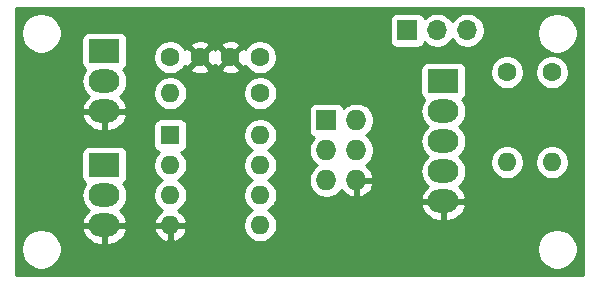
<source format=gbr>
G04 #@! TF.GenerationSoftware,KiCad,Pcbnew,5.1.5*
G04 #@! TF.CreationDate,2020-01-29T11:09:02+01:00*
G04 #@! TF.ProjectId,TinyADC,54696e79-4144-4432-9e6b-696361645f70,rev?*
G04 #@! TF.SameCoordinates,Original*
G04 #@! TF.FileFunction,Copper,L2,Bot*
G04 #@! TF.FilePolarity,Positive*
%FSLAX46Y46*%
G04 Gerber Fmt 4.6, Leading zero omitted, Abs format (unit mm)*
G04 Created by KiCad (PCBNEW 5.1.5) date 2020-01-29 11:09:02*
%MOMM*%
%LPD*%
G04 APERTURE LIST*
%ADD10O,2.600000X2.000000*%
%ADD11R,2.600000X2.000000*%
%ADD12R,1.727200X1.727200*%
%ADD13O,1.727200X1.727200*%
%ADD14C,1.600000*%
%ADD15O,1.600000X1.600000*%
%ADD16R,1.600000X1.600000*%
%ADD17R,1.700000X1.700000*%
%ADD18O,1.700000X1.700000*%
%ADD19C,0.254000*%
G04 APERTURE END LIST*
D10*
X124460000Y-107950000D03*
X124460000Y-105410000D03*
D11*
X124460000Y-102870000D03*
D12*
X143256000Y-108712000D03*
D13*
X145796000Y-108712000D03*
X143256000Y-111252000D03*
X145796000Y-111252000D03*
X143256000Y-113792000D03*
X145796000Y-113792000D03*
D14*
X137628000Y-103378000D03*
X135128000Y-103378000D03*
X132548000Y-103378000D03*
X130048000Y-103378000D03*
D11*
X153162000Y-105410000D03*
D10*
X153162000Y-107950000D03*
X153162000Y-110490000D03*
X153162000Y-113030000D03*
X153162000Y-115570000D03*
D11*
X124460000Y-112522000D03*
D10*
X124460000Y-115062000D03*
X124460000Y-117602000D03*
D15*
X162366672Y-112268000D03*
D14*
X162366672Y-104648000D03*
X158556672Y-104648000D03*
D15*
X158556672Y-112268000D03*
D14*
X137668000Y-106426000D03*
D15*
X130048000Y-106426000D03*
D16*
X130048000Y-109982000D03*
D15*
X137668000Y-117602000D03*
X130048000Y-112522000D03*
X137668000Y-115062000D03*
X130048000Y-115062000D03*
X137668000Y-112522000D03*
X130048000Y-117602000D03*
X137668000Y-109982000D03*
D17*
X150114000Y-101092000D03*
D18*
X152654000Y-101092000D03*
X155194000Y-101092000D03*
D19*
G36*
X164973000Y-121793000D02*
G01*
X116967000Y-121793000D01*
X116967000Y-119463117D01*
X117391000Y-119463117D01*
X117391000Y-119804883D01*
X117457675Y-120140081D01*
X117588463Y-120455831D01*
X117778337Y-120739998D01*
X118020002Y-120981663D01*
X118304169Y-121171537D01*
X118619919Y-121302325D01*
X118955117Y-121369000D01*
X119296883Y-121369000D01*
X119632081Y-121302325D01*
X119947831Y-121171537D01*
X120231998Y-120981663D01*
X120473663Y-120739998D01*
X120663537Y-120455831D01*
X120794325Y-120140081D01*
X120861000Y-119804883D01*
X120861000Y-119463117D01*
X161079000Y-119463117D01*
X161079000Y-119804883D01*
X161145675Y-120140081D01*
X161276463Y-120455831D01*
X161466337Y-120739998D01*
X161708002Y-120981663D01*
X161992169Y-121171537D01*
X162307919Y-121302325D01*
X162643117Y-121369000D01*
X162984883Y-121369000D01*
X163320081Y-121302325D01*
X163635831Y-121171537D01*
X163919998Y-120981663D01*
X164161663Y-120739998D01*
X164351537Y-120455831D01*
X164482325Y-120140081D01*
X164549000Y-119804883D01*
X164549000Y-119463117D01*
X164482325Y-119127919D01*
X164351537Y-118812169D01*
X164161663Y-118528002D01*
X163919998Y-118286337D01*
X163635831Y-118096463D01*
X163320081Y-117965675D01*
X162984883Y-117899000D01*
X162643117Y-117899000D01*
X162307919Y-117965675D01*
X161992169Y-118096463D01*
X161708002Y-118286337D01*
X161466337Y-118528002D01*
X161276463Y-118812169D01*
X161145675Y-119127919D01*
X161079000Y-119463117D01*
X120861000Y-119463117D01*
X120794325Y-119127919D01*
X120663537Y-118812169D01*
X120473663Y-118528002D01*
X120231998Y-118286337D01*
X119947831Y-118096463D01*
X119672541Y-117982434D01*
X122569876Y-117982434D01*
X122600856Y-118110355D01*
X122729990Y-118404761D01*
X122914078Y-118668317D01*
X123146046Y-118890895D01*
X123416980Y-119063942D01*
X123716468Y-119180807D01*
X124033000Y-119237000D01*
X124333000Y-119237000D01*
X124333000Y-117729000D01*
X124587000Y-117729000D01*
X124587000Y-119237000D01*
X124887000Y-119237000D01*
X125203532Y-119180807D01*
X125503020Y-119063942D01*
X125773954Y-118890895D01*
X126005922Y-118668317D01*
X126190010Y-118404761D01*
X126319144Y-118110355D01*
X126350124Y-117982434D01*
X126335340Y-117951039D01*
X128656096Y-117951039D01*
X128696754Y-118085087D01*
X128816963Y-118339420D01*
X128984481Y-118565414D01*
X129192869Y-118754385D01*
X129434119Y-118899070D01*
X129698960Y-118993909D01*
X129921000Y-118872624D01*
X129921000Y-117729000D01*
X130175000Y-117729000D01*
X130175000Y-118872624D01*
X130397040Y-118993909D01*
X130661881Y-118899070D01*
X130903131Y-118754385D01*
X131111519Y-118565414D01*
X131279037Y-118339420D01*
X131399246Y-118085087D01*
X131439904Y-117951039D01*
X131317915Y-117729000D01*
X130175000Y-117729000D01*
X129921000Y-117729000D01*
X128778085Y-117729000D01*
X128656096Y-117951039D01*
X126335340Y-117951039D01*
X126230777Y-117729000D01*
X124587000Y-117729000D01*
X124333000Y-117729000D01*
X122689223Y-117729000D01*
X122569876Y-117982434D01*
X119672541Y-117982434D01*
X119632081Y-117965675D01*
X119296883Y-117899000D01*
X118955117Y-117899000D01*
X118619919Y-117965675D01*
X118304169Y-118096463D01*
X118020002Y-118286337D01*
X117778337Y-118528002D01*
X117588463Y-118812169D01*
X117457675Y-119127919D01*
X117391000Y-119463117D01*
X116967000Y-119463117D01*
X116967000Y-115062000D01*
X122517089Y-115062000D01*
X122548657Y-115382516D01*
X122642148Y-115690715D01*
X122793969Y-115974752D01*
X122998286Y-116223714D01*
X123128142Y-116330284D01*
X122914078Y-116535683D01*
X122729990Y-116799239D01*
X122600856Y-117093645D01*
X122569876Y-117221566D01*
X122689223Y-117475000D01*
X124333000Y-117475000D01*
X124333000Y-117455000D01*
X124587000Y-117455000D01*
X124587000Y-117475000D01*
X126230777Y-117475000D01*
X126350124Y-117221566D01*
X126319144Y-117093645D01*
X126190010Y-116799239D01*
X126005922Y-116535683D01*
X125791858Y-116330284D01*
X125921714Y-116223714D01*
X126126031Y-115974752D01*
X126277852Y-115690715D01*
X126371343Y-115382516D01*
X126402911Y-115062000D01*
X126371343Y-114741484D01*
X126277852Y-114433285D01*
X126126031Y-114149248D01*
X126067345Y-114077739D01*
X126114494Y-114052537D01*
X126211185Y-113973185D01*
X126290537Y-113876494D01*
X126349502Y-113766180D01*
X126385812Y-113646482D01*
X126398072Y-113522000D01*
X126398072Y-111522000D01*
X126385812Y-111397518D01*
X126349502Y-111277820D01*
X126290537Y-111167506D01*
X126211185Y-111070815D01*
X126114494Y-110991463D01*
X126004180Y-110932498D01*
X125884482Y-110896188D01*
X125760000Y-110883928D01*
X123160000Y-110883928D01*
X123035518Y-110896188D01*
X122915820Y-110932498D01*
X122805506Y-110991463D01*
X122708815Y-111070815D01*
X122629463Y-111167506D01*
X122570498Y-111277820D01*
X122534188Y-111397518D01*
X122521928Y-111522000D01*
X122521928Y-113522000D01*
X122534188Y-113646482D01*
X122570498Y-113766180D01*
X122629463Y-113876494D01*
X122708815Y-113973185D01*
X122805506Y-114052537D01*
X122852655Y-114077739D01*
X122793969Y-114149248D01*
X122642148Y-114433285D01*
X122548657Y-114741484D01*
X122517089Y-115062000D01*
X116967000Y-115062000D01*
X116967000Y-108330434D01*
X122569876Y-108330434D01*
X122600856Y-108458355D01*
X122729990Y-108752761D01*
X122914078Y-109016317D01*
X123146046Y-109238895D01*
X123416980Y-109411942D01*
X123716468Y-109528807D01*
X124033000Y-109585000D01*
X124333000Y-109585000D01*
X124333000Y-108077000D01*
X124587000Y-108077000D01*
X124587000Y-109585000D01*
X124887000Y-109585000D01*
X125203532Y-109528807D01*
X125503020Y-109411942D01*
X125773954Y-109238895D01*
X125833249Y-109182000D01*
X128609928Y-109182000D01*
X128609928Y-110782000D01*
X128622188Y-110906482D01*
X128658498Y-111026180D01*
X128717463Y-111136494D01*
X128796815Y-111233185D01*
X128893506Y-111312537D01*
X129003820Y-111371502D01*
X129123518Y-111407812D01*
X129131961Y-111408643D01*
X128933363Y-111607241D01*
X128776320Y-111842273D01*
X128668147Y-112103426D01*
X128613000Y-112380665D01*
X128613000Y-112663335D01*
X128668147Y-112940574D01*
X128776320Y-113201727D01*
X128933363Y-113436759D01*
X129133241Y-113636637D01*
X129365759Y-113792000D01*
X129133241Y-113947363D01*
X128933363Y-114147241D01*
X128776320Y-114382273D01*
X128668147Y-114643426D01*
X128613000Y-114920665D01*
X128613000Y-115203335D01*
X128668147Y-115480574D01*
X128776320Y-115741727D01*
X128933363Y-115976759D01*
X129133241Y-116176637D01*
X129368273Y-116333680D01*
X129378865Y-116338067D01*
X129192869Y-116449615D01*
X128984481Y-116638586D01*
X128816963Y-116864580D01*
X128696754Y-117118913D01*
X128656096Y-117252961D01*
X128778085Y-117475000D01*
X129921000Y-117475000D01*
X129921000Y-117455000D01*
X130175000Y-117455000D01*
X130175000Y-117475000D01*
X131317915Y-117475000D01*
X131439904Y-117252961D01*
X131399246Y-117118913D01*
X131279037Y-116864580D01*
X131111519Y-116638586D01*
X130903131Y-116449615D01*
X130717135Y-116338067D01*
X130727727Y-116333680D01*
X130962759Y-116176637D01*
X131162637Y-115976759D01*
X131319680Y-115741727D01*
X131427853Y-115480574D01*
X131483000Y-115203335D01*
X131483000Y-114920665D01*
X131427853Y-114643426D01*
X131319680Y-114382273D01*
X131162637Y-114147241D01*
X130962759Y-113947363D01*
X130730241Y-113792000D01*
X130962759Y-113636637D01*
X131162637Y-113436759D01*
X131319680Y-113201727D01*
X131427853Y-112940574D01*
X131483000Y-112663335D01*
X131483000Y-112380665D01*
X131427853Y-112103426D01*
X131319680Y-111842273D01*
X131162637Y-111607241D01*
X130964039Y-111408643D01*
X130972482Y-111407812D01*
X131092180Y-111371502D01*
X131202494Y-111312537D01*
X131299185Y-111233185D01*
X131378537Y-111136494D01*
X131437502Y-111026180D01*
X131473812Y-110906482D01*
X131486072Y-110782000D01*
X131486072Y-109840665D01*
X136233000Y-109840665D01*
X136233000Y-110123335D01*
X136288147Y-110400574D01*
X136396320Y-110661727D01*
X136553363Y-110896759D01*
X136753241Y-111096637D01*
X136985759Y-111252000D01*
X136753241Y-111407363D01*
X136553363Y-111607241D01*
X136396320Y-111842273D01*
X136288147Y-112103426D01*
X136233000Y-112380665D01*
X136233000Y-112663335D01*
X136288147Y-112940574D01*
X136396320Y-113201727D01*
X136553363Y-113436759D01*
X136753241Y-113636637D01*
X136985759Y-113792000D01*
X136753241Y-113947363D01*
X136553363Y-114147241D01*
X136396320Y-114382273D01*
X136288147Y-114643426D01*
X136233000Y-114920665D01*
X136233000Y-115203335D01*
X136288147Y-115480574D01*
X136396320Y-115741727D01*
X136553363Y-115976759D01*
X136753241Y-116176637D01*
X136985759Y-116332000D01*
X136753241Y-116487363D01*
X136553363Y-116687241D01*
X136396320Y-116922273D01*
X136288147Y-117183426D01*
X136233000Y-117460665D01*
X136233000Y-117743335D01*
X136288147Y-118020574D01*
X136396320Y-118281727D01*
X136553363Y-118516759D01*
X136753241Y-118716637D01*
X136988273Y-118873680D01*
X137249426Y-118981853D01*
X137526665Y-119037000D01*
X137809335Y-119037000D01*
X138086574Y-118981853D01*
X138347727Y-118873680D01*
X138582759Y-118716637D01*
X138782637Y-118516759D01*
X138939680Y-118281727D01*
X139047853Y-118020574D01*
X139103000Y-117743335D01*
X139103000Y-117460665D01*
X139047853Y-117183426D01*
X138939680Y-116922273D01*
X138782637Y-116687241D01*
X138582759Y-116487363D01*
X138350241Y-116332000D01*
X138582759Y-116176637D01*
X138782637Y-115976759D01*
X138800226Y-115950434D01*
X151271876Y-115950434D01*
X151302856Y-116078355D01*
X151431990Y-116372761D01*
X151616078Y-116636317D01*
X151848046Y-116858895D01*
X152118980Y-117031942D01*
X152418468Y-117148807D01*
X152735000Y-117205000D01*
X153035000Y-117205000D01*
X153035000Y-115697000D01*
X153289000Y-115697000D01*
X153289000Y-117205000D01*
X153589000Y-117205000D01*
X153905532Y-117148807D01*
X154205020Y-117031942D01*
X154475954Y-116858895D01*
X154707922Y-116636317D01*
X154892010Y-116372761D01*
X155021144Y-116078355D01*
X155052124Y-115950434D01*
X154932777Y-115697000D01*
X153289000Y-115697000D01*
X153035000Y-115697000D01*
X151391223Y-115697000D01*
X151271876Y-115950434D01*
X138800226Y-115950434D01*
X138939680Y-115741727D01*
X139047853Y-115480574D01*
X139103000Y-115203335D01*
X139103000Y-114920665D01*
X139047853Y-114643426D01*
X138939680Y-114382273D01*
X138782637Y-114147241D01*
X138582759Y-113947363D01*
X138350241Y-113792000D01*
X138582759Y-113636637D01*
X138782637Y-113436759D01*
X138939680Y-113201727D01*
X139047853Y-112940574D01*
X139103000Y-112663335D01*
X139103000Y-112380665D01*
X139047853Y-112103426D01*
X138939680Y-111842273D01*
X138782637Y-111607241D01*
X138582759Y-111407363D01*
X138350241Y-111252000D01*
X138582759Y-111096637D01*
X138782637Y-110896759D01*
X138939680Y-110661727D01*
X139047853Y-110400574D01*
X139103000Y-110123335D01*
X139103000Y-109840665D01*
X139047853Y-109563426D01*
X138939680Y-109302273D01*
X138782637Y-109067241D01*
X138582759Y-108867363D01*
X138347727Y-108710320D01*
X138086574Y-108602147D01*
X137809335Y-108547000D01*
X137526665Y-108547000D01*
X137249426Y-108602147D01*
X136988273Y-108710320D01*
X136753241Y-108867363D01*
X136553363Y-109067241D01*
X136396320Y-109302273D01*
X136288147Y-109563426D01*
X136233000Y-109840665D01*
X131486072Y-109840665D01*
X131486072Y-109182000D01*
X131473812Y-109057518D01*
X131437502Y-108937820D01*
X131378537Y-108827506D01*
X131299185Y-108730815D01*
X131202494Y-108651463D01*
X131092180Y-108592498D01*
X130972482Y-108556188D01*
X130848000Y-108543928D01*
X129248000Y-108543928D01*
X129123518Y-108556188D01*
X129003820Y-108592498D01*
X128893506Y-108651463D01*
X128796815Y-108730815D01*
X128717463Y-108827506D01*
X128658498Y-108937820D01*
X128622188Y-109057518D01*
X128609928Y-109182000D01*
X125833249Y-109182000D01*
X126005922Y-109016317D01*
X126190010Y-108752761D01*
X126319144Y-108458355D01*
X126350124Y-108330434D01*
X126230777Y-108077000D01*
X124587000Y-108077000D01*
X124333000Y-108077000D01*
X122689223Y-108077000D01*
X122569876Y-108330434D01*
X116967000Y-108330434D01*
X116967000Y-105410000D01*
X122517089Y-105410000D01*
X122548657Y-105730516D01*
X122642148Y-106038715D01*
X122793969Y-106322752D01*
X122998286Y-106571714D01*
X123128142Y-106678284D01*
X122914078Y-106883683D01*
X122729990Y-107147239D01*
X122600856Y-107441645D01*
X122569876Y-107569566D01*
X122689223Y-107823000D01*
X124333000Y-107823000D01*
X124333000Y-107803000D01*
X124587000Y-107803000D01*
X124587000Y-107823000D01*
X126230777Y-107823000D01*
X126350124Y-107569566D01*
X126319144Y-107441645D01*
X126190010Y-107147239D01*
X126005922Y-106883683D01*
X125791858Y-106678284D01*
X125921714Y-106571714D01*
X126126031Y-106322752D01*
X126146388Y-106284665D01*
X128613000Y-106284665D01*
X128613000Y-106567335D01*
X128668147Y-106844574D01*
X128776320Y-107105727D01*
X128933363Y-107340759D01*
X129133241Y-107540637D01*
X129368273Y-107697680D01*
X129629426Y-107805853D01*
X129906665Y-107861000D01*
X130189335Y-107861000D01*
X130466574Y-107805853D01*
X130727727Y-107697680D01*
X130962759Y-107540637D01*
X131162637Y-107340759D01*
X131319680Y-107105727D01*
X131427853Y-106844574D01*
X131483000Y-106567335D01*
X131483000Y-106284665D01*
X136233000Y-106284665D01*
X136233000Y-106567335D01*
X136288147Y-106844574D01*
X136396320Y-107105727D01*
X136553363Y-107340759D01*
X136753241Y-107540637D01*
X136988273Y-107697680D01*
X137249426Y-107805853D01*
X137526665Y-107861000D01*
X137809335Y-107861000D01*
X137872678Y-107848400D01*
X141754328Y-107848400D01*
X141754328Y-109575600D01*
X141766588Y-109700082D01*
X141802898Y-109819780D01*
X141861863Y-109930094D01*
X141941215Y-110026785D01*
X142037906Y-110106137D01*
X142148220Y-110165102D01*
X142206023Y-110182636D01*
X142091961Y-110296698D01*
X141927958Y-110542147D01*
X141814990Y-110814875D01*
X141757400Y-111104401D01*
X141757400Y-111399599D01*
X141814990Y-111689125D01*
X141927958Y-111961853D01*
X142091961Y-112207302D01*
X142300698Y-112416039D01*
X142459281Y-112522000D01*
X142300698Y-112627961D01*
X142091961Y-112836698D01*
X141927958Y-113082147D01*
X141814990Y-113354875D01*
X141757400Y-113644401D01*
X141757400Y-113939599D01*
X141814990Y-114229125D01*
X141927958Y-114501853D01*
X142091961Y-114747302D01*
X142300698Y-114956039D01*
X142546147Y-115120042D01*
X142818875Y-115233010D01*
X143108401Y-115290600D01*
X143403599Y-115290600D01*
X143693125Y-115233010D01*
X143965853Y-115120042D01*
X144211302Y-114956039D01*
X144420039Y-114747302D01*
X144530559Y-114581897D01*
X144589183Y-114680488D01*
X144785707Y-114898854D01*
X145021056Y-115074684D01*
X145286186Y-115201222D01*
X145436974Y-115246958D01*
X145669000Y-115125817D01*
X145669000Y-113919000D01*
X145923000Y-113919000D01*
X145923000Y-115125817D01*
X146155026Y-115246958D01*
X146305814Y-115201222D01*
X146570944Y-115074684D01*
X146806293Y-114898854D01*
X147002817Y-114680488D01*
X147152964Y-114427978D01*
X147250963Y-114151027D01*
X147130464Y-113919000D01*
X145923000Y-113919000D01*
X145669000Y-113919000D01*
X145649000Y-113919000D01*
X145649000Y-113665000D01*
X145669000Y-113665000D01*
X145669000Y-113645000D01*
X145923000Y-113645000D01*
X145923000Y-113665000D01*
X147130464Y-113665000D01*
X147250963Y-113432973D01*
X147152964Y-113156022D01*
X147002817Y-112903512D01*
X146806293Y-112685146D01*
X146590187Y-112523692D01*
X146751302Y-112416039D01*
X146960039Y-112207302D01*
X147124042Y-111961853D01*
X147237010Y-111689125D01*
X147294600Y-111399599D01*
X147294600Y-111104401D01*
X147237010Y-110814875D01*
X147124042Y-110542147D01*
X146960039Y-110296698D01*
X146751302Y-110087961D01*
X146592719Y-109982000D01*
X146751302Y-109876039D01*
X146960039Y-109667302D01*
X147124042Y-109421853D01*
X147237010Y-109149125D01*
X147294600Y-108859599D01*
X147294600Y-108564401D01*
X147237010Y-108274875D01*
X147124042Y-108002147D01*
X147089199Y-107950000D01*
X151219089Y-107950000D01*
X151250657Y-108270516D01*
X151344148Y-108578715D01*
X151495969Y-108862752D01*
X151700286Y-109111714D01*
X151832233Y-109220000D01*
X151700286Y-109328286D01*
X151495969Y-109577248D01*
X151344148Y-109861285D01*
X151250657Y-110169484D01*
X151219089Y-110490000D01*
X151250657Y-110810516D01*
X151344148Y-111118715D01*
X151495969Y-111402752D01*
X151700286Y-111651714D01*
X151832233Y-111760000D01*
X151700286Y-111868286D01*
X151495969Y-112117248D01*
X151344148Y-112401285D01*
X151250657Y-112709484D01*
X151219089Y-113030000D01*
X151250657Y-113350516D01*
X151344148Y-113658715D01*
X151495969Y-113942752D01*
X151700286Y-114191714D01*
X151830142Y-114298284D01*
X151616078Y-114503683D01*
X151431990Y-114767239D01*
X151302856Y-115061645D01*
X151271876Y-115189566D01*
X151391223Y-115443000D01*
X153035000Y-115443000D01*
X153035000Y-115423000D01*
X153289000Y-115423000D01*
X153289000Y-115443000D01*
X154932777Y-115443000D01*
X155052124Y-115189566D01*
X155021144Y-115061645D01*
X154892010Y-114767239D01*
X154707922Y-114503683D01*
X154493858Y-114298284D01*
X154623714Y-114191714D01*
X154828031Y-113942752D01*
X154979852Y-113658715D01*
X155073343Y-113350516D01*
X155104911Y-113030000D01*
X155073343Y-112709484D01*
X154979852Y-112401285D01*
X154833065Y-112126665D01*
X157121672Y-112126665D01*
X157121672Y-112409335D01*
X157176819Y-112686574D01*
X157284992Y-112947727D01*
X157442035Y-113182759D01*
X157641913Y-113382637D01*
X157876945Y-113539680D01*
X158138098Y-113647853D01*
X158415337Y-113703000D01*
X158698007Y-113703000D01*
X158975246Y-113647853D01*
X159236399Y-113539680D01*
X159471431Y-113382637D01*
X159671309Y-113182759D01*
X159828352Y-112947727D01*
X159936525Y-112686574D01*
X159991672Y-112409335D01*
X159991672Y-112126665D01*
X160931672Y-112126665D01*
X160931672Y-112409335D01*
X160986819Y-112686574D01*
X161094992Y-112947727D01*
X161252035Y-113182759D01*
X161451913Y-113382637D01*
X161686945Y-113539680D01*
X161948098Y-113647853D01*
X162225337Y-113703000D01*
X162508007Y-113703000D01*
X162785246Y-113647853D01*
X163046399Y-113539680D01*
X163281431Y-113382637D01*
X163481309Y-113182759D01*
X163638352Y-112947727D01*
X163746525Y-112686574D01*
X163801672Y-112409335D01*
X163801672Y-112126665D01*
X163746525Y-111849426D01*
X163638352Y-111588273D01*
X163481309Y-111353241D01*
X163281431Y-111153363D01*
X163046399Y-110996320D01*
X162785246Y-110888147D01*
X162508007Y-110833000D01*
X162225337Y-110833000D01*
X161948098Y-110888147D01*
X161686945Y-110996320D01*
X161451913Y-111153363D01*
X161252035Y-111353241D01*
X161094992Y-111588273D01*
X160986819Y-111849426D01*
X160931672Y-112126665D01*
X159991672Y-112126665D01*
X159936525Y-111849426D01*
X159828352Y-111588273D01*
X159671309Y-111353241D01*
X159471431Y-111153363D01*
X159236399Y-110996320D01*
X158975246Y-110888147D01*
X158698007Y-110833000D01*
X158415337Y-110833000D01*
X158138098Y-110888147D01*
X157876945Y-110996320D01*
X157641913Y-111153363D01*
X157442035Y-111353241D01*
X157284992Y-111588273D01*
X157176819Y-111849426D01*
X157121672Y-112126665D01*
X154833065Y-112126665D01*
X154828031Y-112117248D01*
X154623714Y-111868286D01*
X154491767Y-111760000D01*
X154623714Y-111651714D01*
X154828031Y-111402752D01*
X154979852Y-111118715D01*
X155073343Y-110810516D01*
X155104911Y-110490000D01*
X155073343Y-110169484D01*
X154979852Y-109861285D01*
X154828031Y-109577248D01*
X154623714Y-109328286D01*
X154491767Y-109220000D01*
X154623714Y-109111714D01*
X154828031Y-108862752D01*
X154979852Y-108578715D01*
X155073343Y-108270516D01*
X155104911Y-107950000D01*
X155073343Y-107629484D01*
X154979852Y-107321285D01*
X154828031Y-107037248D01*
X154769345Y-106965739D01*
X154816494Y-106940537D01*
X154913185Y-106861185D01*
X154992537Y-106764494D01*
X155051502Y-106654180D01*
X155087812Y-106534482D01*
X155100072Y-106410000D01*
X155100072Y-104506665D01*
X157121672Y-104506665D01*
X157121672Y-104789335D01*
X157176819Y-105066574D01*
X157284992Y-105327727D01*
X157442035Y-105562759D01*
X157641913Y-105762637D01*
X157876945Y-105919680D01*
X158138098Y-106027853D01*
X158415337Y-106083000D01*
X158698007Y-106083000D01*
X158975246Y-106027853D01*
X159236399Y-105919680D01*
X159471431Y-105762637D01*
X159671309Y-105562759D01*
X159828352Y-105327727D01*
X159936525Y-105066574D01*
X159991672Y-104789335D01*
X159991672Y-104506665D01*
X160931672Y-104506665D01*
X160931672Y-104789335D01*
X160986819Y-105066574D01*
X161094992Y-105327727D01*
X161252035Y-105562759D01*
X161451913Y-105762637D01*
X161686945Y-105919680D01*
X161948098Y-106027853D01*
X162225337Y-106083000D01*
X162508007Y-106083000D01*
X162785246Y-106027853D01*
X163046399Y-105919680D01*
X163281431Y-105762637D01*
X163481309Y-105562759D01*
X163638352Y-105327727D01*
X163746525Y-105066574D01*
X163801672Y-104789335D01*
X163801672Y-104506665D01*
X163746525Y-104229426D01*
X163638352Y-103968273D01*
X163481309Y-103733241D01*
X163281431Y-103533363D01*
X163046399Y-103376320D01*
X162785246Y-103268147D01*
X162508007Y-103213000D01*
X162225337Y-103213000D01*
X161948098Y-103268147D01*
X161686945Y-103376320D01*
X161451913Y-103533363D01*
X161252035Y-103733241D01*
X161094992Y-103968273D01*
X160986819Y-104229426D01*
X160931672Y-104506665D01*
X159991672Y-104506665D01*
X159936525Y-104229426D01*
X159828352Y-103968273D01*
X159671309Y-103733241D01*
X159471431Y-103533363D01*
X159236399Y-103376320D01*
X158975246Y-103268147D01*
X158698007Y-103213000D01*
X158415337Y-103213000D01*
X158138098Y-103268147D01*
X157876945Y-103376320D01*
X157641913Y-103533363D01*
X157442035Y-103733241D01*
X157284992Y-103968273D01*
X157176819Y-104229426D01*
X157121672Y-104506665D01*
X155100072Y-104506665D01*
X155100072Y-104410000D01*
X155087812Y-104285518D01*
X155051502Y-104165820D01*
X154992537Y-104055506D01*
X154913185Y-103958815D01*
X154816494Y-103879463D01*
X154706180Y-103820498D01*
X154586482Y-103784188D01*
X154462000Y-103771928D01*
X151862000Y-103771928D01*
X151737518Y-103784188D01*
X151617820Y-103820498D01*
X151507506Y-103879463D01*
X151410815Y-103958815D01*
X151331463Y-104055506D01*
X151272498Y-104165820D01*
X151236188Y-104285518D01*
X151223928Y-104410000D01*
X151223928Y-106410000D01*
X151236188Y-106534482D01*
X151272498Y-106654180D01*
X151331463Y-106764494D01*
X151410815Y-106861185D01*
X151507506Y-106940537D01*
X151554655Y-106965739D01*
X151495969Y-107037248D01*
X151344148Y-107321285D01*
X151250657Y-107629484D01*
X151219089Y-107950000D01*
X147089199Y-107950000D01*
X146960039Y-107756698D01*
X146751302Y-107547961D01*
X146505853Y-107383958D01*
X146233125Y-107270990D01*
X145943599Y-107213400D01*
X145648401Y-107213400D01*
X145358875Y-107270990D01*
X145086147Y-107383958D01*
X144840698Y-107547961D01*
X144726636Y-107662023D01*
X144709102Y-107604220D01*
X144650137Y-107493906D01*
X144570785Y-107397215D01*
X144474094Y-107317863D01*
X144363780Y-107258898D01*
X144244082Y-107222588D01*
X144119600Y-107210328D01*
X142392400Y-107210328D01*
X142267918Y-107222588D01*
X142148220Y-107258898D01*
X142037906Y-107317863D01*
X141941215Y-107397215D01*
X141861863Y-107493906D01*
X141802898Y-107604220D01*
X141766588Y-107723918D01*
X141754328Y-107848400D01*
X137872678Y-107848400D01*
X138086574Y-107805853D01*
X138347727Y-107697680D01*
X138582759Y-107540637D01*
X138782637Y-107340759D01*
X138939680Y-107105727D01*
X139047853Y-106844574D01*
X139103000Y-106567335D01*
X139103000Y-106284665D01*
X139047853Y-106007426D01*
X138939680Y-105746273D01*
X138782637Y-105511241D01*
X138582759Y-105311363D01*
X138347727Y-105154320D01*
X138086574Y-105046147D01*
X137809335Y-104991000D01*
X137526665Y-104991000D01*
X137249426Y-105046147D01*
X136988273Y-105154320D01*
X136753241Y-105311363D01*
X136553363Y-105511241D01*
X136396320Y-105746273D01*
X136288147Y-106007426D01*
X136233000Y-106284665D01*
X131483000Y-106284665D01*
X131427853Y-106007426D01*
X131319680Y-105746273D01*
X131162637Y-105511241D01*
X130962759Y-105311363D01*
X130727727Y-105154320D01*
X130466574Y-105046147D01*
X130189335Y-104991000D01*
X129906665Y-104991000D01*
X129629426Y-105046147D01*
X129368273Y-105154320D01*
X129133241Y-105311363D01*
X128933363Y-105511241D01*
X128776320Y-105746273D01*
X128668147Y-106007426D01*
X128613000Y-106284665D01*
X126146388Y-106284665D01*
X126277852Y-106038715D01*
X126371343Y-105730516D01*
X126402911Y-105410000D01*
X126371343Y-105089484D01*
X126277852Y-104781285D01*
X126126031Y-104497248D01*
X126067345Y-104425739D01*
X126114494Y-104400537D01*
X126211185Y-104321185D01*
X126290537Y-104224494D01*
X126349502Y-104114180D01*
X126385812Y-103994482D01*
X126398072Y-103870000D01*
X126398072Y-103236665D01*
X128613000Y-103236665D01*
X128613000Y-103519335D01*
X128668147Y-103796574D01*
X128776320Y-104057727D01*
X128933363Y-104292759D01*
X129133241Y-104492637D01*
X129368273Y-104649680D01*
X129629426Y-104757853D01*
X129906665Y-104813000D01*
X130189335Y-104813000D01*
X130466574Y-104757853D01*
X130727727Y-104649680D01*
X130962759Y-104492637D01*
X131084694Y-104370702D01*
X131734903Y-104370702D01*
X131806486Y-104614671D01*
X132061996Y-104735571D01*
X132336184Y-104804300D01*
X132618512Y-104818217D01*
X132898130Y-104776787D01*
X133164292Y-104681603D01*
X133289514Y-104614671D01*
X133361097Y-104370702D01*
X134314903Y-104370702D01*
X134386486Y-104614671D01*
X134641996Y-104735571D01*
X134916184Y-104804300D01*
X135198512Y-104818217D01*
X135478130Y-104776787D01*
X135744292Y-104681603D01*
X135869514Y-104614671D01*
X135941097Y-104370702D01*
X135128000Y-103557605D01*
X134314903Y-104370702D01*
X133361097Y-104370702D01*
X132548000Y-103557605D01*
X131734903Y-104370702D01*
X131084694Y-104370702D01*
X131162637Y-104292759D01*
X131296692Y-104092131D01*
X131311329Y-104119514D01*
X131555298Y-104191097D01*
X132368395Y-103378000D01*
X132727605Y-103378000D01*
X133540702Y-104191097D01*
X133784671Y-104119514D01*
X133834754Y-104013669D01*
X133891329Y-104119514D01*
X134135298Y-104191097D01*
X134948395Y-103378000D01*
X135307605Y-103378000D01*
X136120702Y-104191097D01*
X136364671Y-104119514D01*
X136378324Y-104090659D01*
X136513363Y-104292759D01*
X136713241Y-104492637D01*
X136948273Y-104649680D01*
X137209426Y-104757853D01*
X137486665Y-104813000D01*
X137769335Y-104813000D01*
X138046574Y-104757853D01*
X138307727Y-104649680D01*
X138542759Y-104492637D01*
X138742637Y-104292759D01*
X138899680Y-104057727D01*
X139007853Y-103796574D01*
X139063000Y-103519335D01*
X139063000Y-103236665D01*
X139007853Y-102959426D01*
X138899680Y-102698273D01*
X138742637Y-102463241D01*
X138542759Y-102263363D01*
X138307727Y-102106320D01*
X138046574Y-101998147D01*
X137769335Y-101943000D01*
X137486665Y-101943000D01*
X137209426Y-101998147D01*
X136948273Y-102106320D01*
X136713241Y-102263363D01*
X136513363Y-102463241D01*
X136379308Y-102663869D01*
X136364671Y-102636486D01*
X136120702Y-102564903D01*
X135307605Y-103378000D01*
X134948395Y-103378000D01*
X134135298Y-102564903D01*
X133891329Y-102636486D01*
X133841246Y-102742331D01*
X133784671Y-102636486D01*
X133540702Y-102564903D01*
X132727605Y-103378000D01*
X132368395Y-103378000D01*
X131555298Y-102564903D01*
X131311329Y-102636486D01*
X131297676Y-102665341D01*
X131162637Y-102463241D01*
X131084694Y-102385298D01*
X131734903Y-102385298D01*
X132548000Y-103198395D01*
X133361097Y-102385298D01*
X134314903Y-102385298D01*
X135128000Y-103198395D01*
X135941097Y-102385298D01*
X135869514Y-102141329D01*
X135614004Y-102020429D01*
X135339816Y-101951700D01*
X135057488Y-101937783D01*
X134777870Y-101979213D01*
X134511708Y-102074397D01*
X134386486Y-102141329D01*
X134314903Y-102385298D01*
X133361097Y-102385298D01*
X133289514Y-102141329D01*
X133034004Y-102020429D01*
X132759816Y-101951700D01*
X132477488Y-101937783D01*
X132197870Y-101979213D01*
X131931708Y-102074397D01*
X131806486Y-102141329D01*
X131734903Y-102385298D01*
X131084694Y-102385298D01*
X130962759Y-102263363D01*
X130727727Y-102106320D01*
X130466574Y-101998147D01*
X130189335Y-101943000D01*
X129906665Y-101943000D01*
X129629426Y-101998147D01*
X129368273Y-102106320D01*
X129133241Y-102263363D01*
X128933363Y-102463241D01*
X128776320Y-102698273D01*
X128668147Y-102959426D01*
X128613000Y-103236665D01*
X126398072Y-103236665D01*
X126398072Y-101870000D01*
X126385812Y-101745518D01*
X126349502Y-101625820D01*
X126290537Y-101515506D01*
X126211185Y-101418815D01*
X126114494Y-101339463D01*
X126004180Y-101280498D01*
X125884482Y-101244188D01*
X125760000Y-101231928D01*
X123160000Y-101231928D01*
X123035518Y-101244188D01*
X122915820Y-101280498D01*
X122805506Y-101339463D01*
X122708815Y-101418815D01*
X122629463Y-101515506D01*
X122570498Y-101625820D01*
X122534188Y-101745518D01*
X122521928Y-101870000D01*
X122521928Y-103870000D01*
X122534188Y-103994482D01*
X122570498Y-104114180D01*
X122629463Y-104224494D01*
X122708815Y-104321185D01*
X122805506Y-104400537D01*
X122852655Y-104425739D01*
X122793969Y-104497248D01*
X122642148Y-104781285D01*
X122548657Y-105089484D01*
X122517089Y-105410000D01*
X116967000Y-105410000D01*
X116967000Y-101175117D01*
X117391000Y-101175117D01*
X117391000Y-101516883D01*
X117457675Y-101852081D01*
X117588463Y-102167831D01*
X117778337Y-102451998D01*
X118020002Y-102693663D01*
X118304169Y-102883537D01*
X118619919Y-103014325D01*
X118955117Y-103081000D01*
X119296883Y-103081000D01*
X119632081Y-103014325D01*
X119947831Y-102883537D01*
X120231998Y-102693663D01*
X120473663Y-102451998D01*
X120663537Y-102167831D01*
X120794325Y-101852081D01*
X120861000Y-101516883D01*
X120861000Y-101175117D01*
X120794325Y-100839919D01*
X120663537Y-100524169D01*
X120474999Y-100242000D01*
X148625928Y-100242000D01*
X148625928Y-101942000D01*
X148638188Y-102066482D01*
X148674498Y-102186180D01*
X148733463Y-102296494D01*
X148812815Y-102393185D01*
X148909506Y-102472537D01*
X149019820Y-102531502D01*
X149139518Y-102567812D01*
X149264000Y-102580072D01*
X150964000Y-102580072D01*
X151088482Y-102567812D01*
X151208180Y-102531502D01*
X151318494Y-102472537D01*
X151415185Y-102393185D01*
X151494537Y-102296494D01*
X151553502Y-102186180D01*
X151575513Y-102113620D01*
X151707368Y-102245475D01*
X151950589Y-102407990D01*
X152220842Y-102519932D01*
X152507740Y-102577000D01*
X152800260Y-102577000D01*
X153087158Y-102519932D01*
X153357411Y-102407990D01*
X153600632Y-102245475D01*
X153807475Y-102038632D01*
X153924000Y-101864240D01*
X154040525Y-102038632D01*
X154247368Y-102245475D01*
X154490589Y-102407990D01*
X154760842Y-102519932D01*
X155047740Y-102577000D01*
X155340260Y-102577000D01*
X155627158Y-102519932D01*
X155897411Y-102407990D01*
X156140632Y-102245475D01*
X156347475Y-102038632D01*
X156509990Y-101795411D01*
X156621932Y-101525158D01*
X156679000Y-101238260D01*
X156679000Y-101175117D01*
X161079000Y-101175117D01*
X161079000Y-101516883D01*
X161145675Y-101852081D01*
X161276463Y-102167831D01*
X161466337Y-102451998D01*
X161708002Y-102693663D01*
X161992169Y-102883537D01*
X162307919Y-103014325D01*
X162643117Y-103081000D01*
X162984883Y-103081000D01*
X163320081Y-103014325D01*
X163635831Y-102883537D01*
X163919998Y-102693663D01*
X164161663Y-102451998D01*
X164351537Y-102167831D01*
X164482325Y-101852081D01*
X164549000Y-101516883D01*
X164549000Y-101175117D01*
X164482325Y-100839919D01*
X164351537Y-100524169D01*
X164161663Y-100240002D01*
X163919998Y-99998337D01*
X163635831Y-99808463D01*
X163320081Y-99677675D01*
X162984883Y-99611000D01*
X162643117Y-99611000D01*
X162307919Y-99677675D01*
X161992169Y-99808463D01*
X161708002Y-99998337D01*
X161466337Y-100240002D01*
X161276463Y-100524169D01*
X161145675Y-100839919D01*
X161079000Y-101175117D01*
X156679000Y-101175117D01*
X156679000Y-100945740D01*
X156621932Y-100658842D01*
X156509990Y-100388589D01*
X156347475Y-100145368D01*
X156140632Y-99938525D01*
X155897411Y-99776010D01*
X155627158Y-99664068D01*
X155340260Y-99607000D01*
X155047740Y-99607000D01*
X154760842Y-99664068D01*
X154490589Y-99776010D01*
X154247368Y-99938525D01*
X154040525Y-100145368D01*
X153924000Y-100319760D01*
X153807475Y-100145368D01*
X153600632Y-99938525D01*
X153357411Y-99776010D01*
X153087158Y-99664068D01*
X152800260Y-99607000D01*
X152507740Y-99607000D01*
X152220842Y-99664068D01*
X151950589Y-99776010D01*
X151707368Y-99938525D01*
X151575513Y-100070380D01*
X151553502Y-99997820D01*
X151494537Y-99887506D01*
X151415185Y-99790815D01*
X151318494Y-99711463D01*
X151208180Y-99652498D01*
X151088482Y-99616188D01*
X150964000Y-99603928D01*
X149264000Y-99603928D01*
X149139518Y-99616188D01*
X149019820Y-99652498D01*
X148909506Y-99711463D01*
X148812815Y-99790815D01*
X148733463Y-99887506D01*
X148674498Y-99997820D01*
X148638188Y-100117518D01*
X148625928Y-100242000D01*
X120474999Y-100242000D01*
X120473663Y-100240002D01*
X120231998Y-99998337D01*
X119947831Y-99808463D01*
X119632081Y-99677675D01*
X119296883Y-99611000D01*
X118955117Y-99611000D01*
X118619919Y-99677675D01*
X118304169Y-99808463D01*
X118020002Y-99998337D01*
X117778337Y-100240002D01*
X117588463Y-100524169D01*
X117457675Y-100839919D01*
X117391000Y-101175117D01*
X116967000Y-101175117D01*
X116967000Y-99187000D01*
X164973000Y-99187000D01*
X164973000Y-121793000D01*
G37*
X164973000Y-121793000D02*
X116967000Y-121793000D01*
X116967000Y-119463117D01*
X117391000Y-119463117D01*
X117391000Y-119804883D01*
X117457675Y-120140081D01*
X117588463Y-120455831D01*
X117778337Y-120739998D01*
X118020002Y-120981663D01*
X118304169Y-121171537D01*
X118619919Y-121302325D01*
X118955117Y-121369000D01*
X119296883Y-121369000D01*
X119632081Y-121302325D01*
X119947831Y-121171537D01*
X120231998Y-120981663D01*
X120473663Y-120739998D01*
X120663537Y-120455831D01*
X120794325Y-120140081D01*
X120861000Y-119804883D01*
X120861000Y-119463117D01*
X161079000Y-119463117D01*
X161079000Y-119804883D01*
X161145675Y-120140081D01*
X161276463Y-120455831D01*
X161466337Y-120739998D01*
X161708002Y-120981663D01*
X161992169Y-121171537D01*
X162307919Y-121302325D01*
X162643117Y-121369000D01*
X162984883Y-121369000D01*
X163320081Y-121302325D01*
X163635831Y-121171537D01*
X163919998Y-120981663D01*
X164161663Y-120739998D01*
X164351537Y-120455831D01*
X164482325Y-120140081D01*
X164549000Y-119804883D01*
X164549000Y-119463117D01*
X164482325Y-119127919D01*
X164351537Y-118812169D01*
X164161663Y-118528002D01*
X163919998Y-118286337D01*
X163635831Y-118096463D01*
X163320081Y-117965675D01*
X162984883Y-117899000D01*
X162643117Y-117899000D01*
X162307919Y-117965675D01*
X161992169Y-118096463D01*
X161708002Y-118286337D01*
X161466337Y-118528002D01*
X161276463Y-118812169D01*
X161145675Y-119127919D01*
X161079000Y-119463117D01*
X120861000Y-119463117D01*
X120794325Y-119127919D01*
X120663537Y-118812169D01*
X120473663Y-118528002D01*
X120231998Y-118286337D01*
X119947831Y-118096463D01*
X119672541Y-117982434D01*
X122569876Y-117982434D01*
X122600856Y-118110355D01*
X122729990Y-118404761D01*
X122914078Y-118668317D01*
X123146046Y-118890895D01*
X123416980Y-119063942D01*
X123716468Y-119180807D01*
X124033000Y-119237000D01*
X124333000Y-119237000D01*
X124333000Y-117729000D01*
X124587000Y-117729000D01*
X124587000Y-119237000D01*
X124887000Y-119237000D01*
X125203532Y-119180807D01*
X125503020Y-119063942D01*
X125773954Y-118890895D01*
X126005922Y-118668317D01*
X126190010Y-118404761D01*
X126319144Y-118110355D01*
X126350124Y-117982434D01*
X126335340Y-117951039D01*
X128656096Y-117951039D01*
X128696754Y-118085087D01*
X128816963Y-118339420D01*
X128984481Y-118565414D01*
X129192869Y-118754385D01*
X129434119Y-118899070D01*
X129698960Y-118993909D01*
X129921000Y-118872624D01*
X129921000Y-117729000D01*
X130175000Y-117729000D01*
X130175000Y-118872624D01*
X130397040Y-118993909D01*
X130661881Y-118899070D01*
X130903131Y-118754385D01*
X131111519Y-118565414D01*
X131279037Y-118339420D01*
X131399246Y-118085087D01*
X131439904Y-117951039D01*
X131317915Y-117729000D01*
X130175000Y-117729000D01*
X129921000Y-117729000D01*
X128778085Y-117729000D01*
X128656096Y-117951039D01*
X126335340Y-117951039D01*
X126230777Y-117729000D01*
X124587000Y-117729000D01*
X124333000Y-117729000D01*
X122689223Y-117729000D01*
X122569876Y-117982434D01*
X119672541Y-117982434D01*
X119632081Y-117965675D01*
X119296883Y-117899000D01*
X118955117Y-117899000D01*
X118619919Y-117965675D01*
X118304169Y-118096463D01*
X118020002Y-118286337D01*
X117778337Y-118528002D01*
X117588463Y-118812169D01*
X117457675Y-119127919D01*
X117391000Y-119463117D01*
X116967000Y-119463117D01*
X116967000Y-115062000D01*
X122517089Y-115062000D01*
X122548657Y-115382516D01*
X122642148Y-115690715D01*
X122793969Y-115974752D01*
X122998286Y-116223714D01*
X123128142Y-116330284D01*
X122914078Y-116535683D01*
X122729990Y-116799239D01*
X122600856Y-117093645D01*
X122569876Y-117221566D01*
X122689223Y-117475000D01*
X124333000Y-117475000D01*
X124333000Y-117455000D01*
X124587000Y-117455000D01*
X124587000Y-117475000D01*
X126230777Y-117475000D01*
X126350124Y-117221566D01*
X126319144Y-117093645D01*
X126190010Y-116799239D01*
X126005922Y-116535683D01*
X125791858Y-116330284D01*
X125921714Y-116223714D01*
X126126031Y-115974752D01*
X126277852Y-115690715D01*
X126371343Y-115382516D01*
X126402911Y-115062000D01*
X126371343Y-114741484D01*
X126277852Y-114433285D01*
X126126031Y-114149248D01*
X126067345Y-114077739D01*
X126114494Y-114052537D01*
X126211185Y-113973185D01*
X126290537Y-113876494D01*
X126349502Y-113766180D01*
X126385812Y-113646482D01*
X126398072Y-113522000D01*
X126398072Y-111522000D01*
X126385812Y-111397518D01*
X126349502Y-111277820D01*
X126290537Y-111167506D01*
X126211185Y-111070815D01*
X126114494Y-110991463D01*
X126004180Y-110932498D01*
X125884482Y-110896188D01*
X125760000Y-110883928D01*
X123160000Y-110883928D01*
X123035518Y-110896188D01*
X122915820Y-110932498D01*
X122805506Y-110991463D01*
X122708815Y-111070815D01*
X122629463Y-111167506D01*
X122570498Y-111277820D01*
X122534188Y-111397518D01*
X122521928Y-111522000D01*
X122521928Y-113522000D01*
X122534188Y-113646482D01*
X122570498Y-113766180D01*
X122629463Y-113876494D01*
X122708815Y-113973185D01*
X122805506Y-114052537D01*
X122852655Y-114077739D01*
X122793969Y-114149248D01*
X122642148Y-114433285D01*
X122548657Y-114741484D01*
X122517089Y-115062000D01*
X116967000Y-115062000D01*
X116967000Y-108330434D01*
X122569876Y-108330434D01*
X122600856Y-108458355D01*
X122729990Y-108752761D01*
X122914078Y-109016317D01*
X123146046Y-109238895D01*
X123416980Y-109411942D01*
X123716468Y-109528807D01*
X124033000Y-109585000D01*
X124333000Y-109585000D01*
X124333000Y-108077000D01*
X124587000Y-108077000D01*
X124587000Y-109585000D01*
X124887000Y-109585000D01*
X125203532Y-109528807D01*
X125503020Y-109411942D01*
X125773954Y-109238895D01*
X125833249Y-109182000D01*
X128609928Y-109182000D01*
X128609928Y-110782000D01*
X128622188Y-110906482D01*
X128658498Y-111026180D01*
X128717463Y-111136494D01*
X128796815Y-111233185D01*
X128893506Y-111312537D01*
X129003820Y-111371502D01*
X129123518Y-111407812D01*
X129131961Y-111408643D01*
X128933363Y-111607241D01*
X128776320Y-111842273D01*
X128668147Y-112103426D01*
X128613000Y-112380665D01*
X128613000Y-112663335D01*
X128668147Y-112940574D01*
X128776320Y-113201727D01*
X128933363Y-113436759D01*
X129133241Y-113636637D01*
X129365759Y-113792000D01*
X129133241Y-113947363D01*
X128933363Y-114147241D01*
X128776320Y-114382273D01*
X128668147Y-114643426D01*
X128613000Y-114920665D01*
X128613000Y-115203335D01*
X128668147Y-115480574D01*
X128776320Y-115741727D01*
X128933363Y-115976759D01*
X129133241Y-116176637D01*
X129368273Y-116333680D01*
X129378865Y-116338067D01*
X129192869Y-116449615D01*
X128984481Y-116638586D01*
X128816963Y-116864580D01*
X128696754Y-117118913D01*
X128656096Y-117252961D01*
X128778085Y-117475000D01*
X129921000Y-117475000D01*
X129921000Y-117455000D01*
X130175000Y-117455000D01*
X130175000Y-117475000D01*
X131317915Y-117475000D01*
X131439904Y-117252961D01*
X131399246Y-117118913D01*
X131279037Y-116864580D01*
X131111519Y-116638586D01*
X130903131Y-116449615D01*
X130717135Y-116338067D01*
X130727727Y-116333680D01*
X130962759Y-116176637D01*
X131162637Y-115976759D01*
X131319680Y-115741727D01*
X131427853Y-115480574D01*
X131483000Y-115203335D01*
X131483000Y-114920665D01*
X131427853Y-114643426D01*
X131319680Y-114382273D01*
X131162637Y-114147241D01*
X130962759Y-113947363D01*
X130730241Y-113792000D01*
X130962759Y-113636637D01*
X131162637Y-113436759D01*
X131319680Y-113201727D01*
X131427853Y-112940574D01*
X131483000Y-112663335D01*
X131483000Y-112380665D01*
X131427853Y-112103426D01*
X131319680Y-111842273D01*
X131162637Y-111607241D01*
X130964039Y-111408643D01*
X130972482Y-111407812D01*
X131092180Y-111371502D01*
X131202494Y-111312537D01*
X131299185Y-111233185D01*
X131378537Y-111136494D01*
X131437502Y-111026180D01*
X131473812Y-110906482D01*
X131486072Y-110782000D01*
X131486072Y-109840665D01*
X136233000Y-109840665D01*
X136233000Y-110123335D01*
X136288147Y-110400574D01*
X136396320Y-110661727D01*
X136553363Y-110896759D01*
X136753241Y-111096637D01*
X136985759Y-111252000D01*
X136753241Y-111407363D01*
X136553363Y-111607241D01*
X136396320Y-111842273D01*
X136288147Y-112103426D01*
X136233000Y-112380665D01*
X136233000Y-112663335D01*
X136288147Y-112940574D01*
X136396320Y-113201727D01*
X136553363Y-113436759D01*
X136753241Y-113636637D01*
X136985759Y-113792000D01*
X136753241Y-113947363D01*
X136553363Y-114147241D01*
X136396320Y-114382273D01*
X136288147Y-114643426D01*
X136233000Y-114920665D01*
X136233000Y-115203335D01*
X136288147Y-115480574D01*
X136396320Y-115741727D01*
X136553363Y-115976759D01*
X136753241Y-116176637D01*
X136985759Y-116332000D01*
X136753241Y-116487363D01*
X136553363Y-116687241D01*
X136396320Y-116922273D01*
X136288147Y-117183426D01*
X136233000Y-117460665D01*
X136233000Y-117743335D01*
X136288147Y-118020574D01*
X136396320Y-118281727D01*
X136553363Y-118516759D01*
X136753241Y-118716637D01*
X136988273Y-118873680D01*
X137249426Y-118981853D01*
X137526665Y-119037000D01*
X137809335Y-119037000D01*
X138086574Y-118981853D01*
X138347727Y-118873680D01*
X138582759Y-118716637D01*
X138782637Y-118516759D01*
X138939680Y-118281727D01*
X139047853Y-118020574D01*
X139103000Y-117743335D01*
X139103000Y-117460665D01*
X139047853Y-117183426D01*
X138939680Y-116922273D01*
X138782637Y-116687241D01*
X138582759Y-116487363D01*
X138350241Y-116332000D01*
X138582759Y-116176637D01*
X138782637Y-115976759D01*
X138800226Y-115950434D01*
X151271876Y-115950434D01*
X151302856Y-116078355D01*
X151431990Y-116372761D01*
X151616078Y-116636317D01*
X151848046Y-116858895D01*
X152118980Y-117031942D01*
X152418468Y-117148807D01*
X152735000Y-117205000D01*
X153035000Y-117205000D01*
X153035000Y-115697000D01*
X153289000Y-115697000D01*
X153289000Y-117205000D01*
X153589000Y-117205000D01*
X153905532Y-117148807D01*
X154205020Y-117031942D01*
X154475954Y-116858895D01*
X154707922Y-116636317D01*
X154892010Y-116372761D01*
X155021144Y-116078355D01*
X155052124Y-115950434D01*
X154932777Y-115697000D01*
X153289000Y-115697000D01*
X153035000Y-115697000D01*
X151391223Y-115697000D01*
X151271876Y-115950434D01*
X138800226Y-115950434D01*
X138939680Y-115741727D01*
X139047853Y-115480574D01*
X139103000Y-115203335D01*
X139103000Y-114920665D01*
X139047853Y-114643426D01*
X138939680Y-114382273D01*
X138782637Y-114147241D01*
X138582759Y-113947363D01*
X138350241Y-113792000D01*
X138582759Y-113636637D01*
X138782637Y-113436759D01*
X138939680Y-113201727D01*
X139047853Y-112940574D01*
X139103000Y-112663335D01*
X139103000Y-112380665D01*
X139047853Y-112103426D01*
X138939680Y-111842273D01*
X138782637Y-111607241D01*
X138582759Y-111407363D01*
X138350241Y-111252000D01*
X138582759Y-111096637D01*
X138782637Y-110896759D01*
X138939680Y-110661727D01*
X139047853Y-110400574D01*
X139103000Y-110123335D01*
X139103000Y-109840665D01*
X139047853Y-109563426D01*
X138939680Y-109302273D01*
X138782637Y-109067241D01*
X138582759Y-108867363D01*
X138347727Y-108710320D01*
X138086574Y-108602147D01*
X137809335Y-108547000D01*
X137526665Y-108547000D01*
X137249426Y-108602147D01*
X136988273Y-108710320D01*
X136753241Y-108867363D01*
X136553363Y-109067241D01*
X136396320Y-109302273D01*
X136288147Y-109563426D01*
X136233000Y-109840665D01*
X131486072Y-109840665D01*
X131486072Y-109182000D01*
X131473812Y-109057518D01*
X131437502Y-108937820D01*
X131378537Y-108827506D01*
X131299185Y-108730815D01*
X131202494Y-108651463D01*
X131092180Y-108592498D01*
X130972482Y-108556188D01*
X130848000Y-108543928D01*
X129248000Y-108543928D01*
X129123518Y-108556188D01*
X129003820Y-108592498D01*
X128893506Y-108651463D01*
X128796815Y-108730815D01*
X128717463Y-108827506D01*
X128658498Y-108937820D01*
X128622188Y-109057518D01*
X128609928Y-109182000D01*
X125833249Y-109182000D01*
X126005922Y-109016317D01*
X126190010Y-108752761D01*
X126319144Y-108458355D01*
X126350124Y-108330434D01*
X126230777Y-108077000D01*
X124587000Y-108077000D01*
X124333000Y-108077000D01*
X122689223Y-108077000D01*
X122569876Y-108330434D01*
X116967000Y-108330434D01*
X116967000Y-105410000D01*
X122517089Y-105410000D01*
X122548657Y-105730516D01*
X122642148Y-106038715D01*
X122793969Y-106322752D01*
X122998286Y-106571714D01*
X123128142Y-106678284D01*
X122914078Y-106883683D01*
X122729990Y-107147239D01*
X122600856Y-107441645D01*
X122569876Y-107569566D01*
X122689223Y-107823000D01*
X124333000Y-107823000D01*
X124333000Y-107803000D01*
X124587000Y-107803000D01*
X124587000Y-107823000D01*
X126230777Y-107823000D01*
X126350124Y-107569566D01*
X126319144Y-107441645D01*
X126190010Y-107147239D01*
X126005922Y-106883683D01*
X125791858Y-106678284D01*
X125921714Y-106571714D01*
X126126031Y-106322752D01*
X126146388Y-106284665D01*
X128613000Y-106284665D01*
X128613000Y-106567335D01*
X128668147Y-106844574D01*
X128776320Y-107105727D01*
X128933363Y-107340759D01*
X129133241Y-107540637D01*
X129368273Y-107697680D01*
X129629426Y-107805853D01*
X129906665Y-107861000D01*
X130189335Y-107861000D01*
X130466574Y-107805853D01*
X130727727Y-107697680D01*
X130962759Y-107540637D01*
X131162637Y-107340759D01*
X131319680Y-107105727D01*
X131427853Y-106844574D01*
X131483000Y-106567335D01*
X131483000Y-106284665D01*
X136233000Y-106284665D01*
X136233000Y-106567335D01*
X136288147Y-106844574D01*
X136396320Y-107105727D01*
X136553363Y-107340759D01*
X136753241Y-107540637D01*
X136988273Y-107697680D01*
X137249426Y-107805853D01*
X137526665Y-107861000D01*
X137809335Y-107861000D01*
X137872678Y-107848400D01*
X141754328Y-107848400D01*
X141754328Y-109575600D01*
X141766588Y-109700082D01*
X141802898Y-109819780D01*
X141861863Y-109930094D01*
X141941215Y-110026785D01*
X142037906Y-110106137D01*
X142148220Y-110165102D01*
X142206023Y-110182636D01*
X142091961Y-110296698D01*
X141927958Y-110542147D01*
X141814990Y-110814875D01*
X141757400Y-111104401D01*
X141757400Y-111399599D01*
X141814990Y-111689125D01*
X141927958Y-111961853D01*
X142091961Y-112207302D01*
X142300698Y-112416039D01*
X142459281Y-112522000D01*
X142300698Y-112627961D01*
X142091961Y-112836698D01*
X141927958Y-113082147D01*
X141814990Y-113354875D01*
X141757400Y-113644401D01*
X141757400Y-113939599D01*
X141814990Y-114229125D01*
X141927958Y-114501853D01*
X142091961Y-114747302D01*
X142300698Y-114956039D01*
X142546147Y-115120042D01*
X142818875Y-115233010D01*
X143108401Y-115290600D01*
X143403599Y-115290600D01*
X143693125Y-115233010D01*
X143965853Y-115120042D01*
X144211302Y-114956039D01*
X144420039Y-114747302D01*
X144530559Y-114581897D01*
X144589183Y-114680488D01*
X144785707Y-114898854D01*
X145021056Y-115074684D01*
X145286186Y-115201222D01*
X145436974Y-115246958D01*
X145669000Y-115125817D01*
X145669000Y-113919000D01*
X145923000Y-113919000D01*
X145923000Y-115125817D01*
X146155026Y-115246958D01*
X146305814Y-115201222D01*
X146570944Y-115074684D01*
X146806293Y-114898854D01*
X147002817Y-114680488D01*
X147152964Y-114427978D01*
X147250963Y-114151027D01*
X147130464Y-113919000D01*
X145923000Y-113919000D01*
X145669000Y-113919000D01*
X145649000Y-113919000D01*
X145649000Y-113665000D01*
X145669000Y-113665000D01*
X145669000Y-113645000D01*
X145923000Y-113645000D01*
X145923000Y-113665000D01*
X147130464Y-113665000D01*
X147250963Y-113432973D01*
X147152964Y-113156022D01*
X147002817Y-112903512D01*
X146806293Y-112685146D01*
X146590187Y-112523692D01*
X146751302Y-112416039D01*
X146960039Y-112207302D01*
X147124042Y-111961853D01*
X147237010Y-111689125D01*
X147294600Y-111399599D01*
X147294600Y-111104401D01*
X147237010Y-110814875D01*
X147124042Y-110542147D01*
X146960039Y-110296698D01*
X146751302Y-110087961D01*
X146592719Y-109982000D01*
X146751302Y-109876039D01*
X146960039Y-109667302D01*
X147124042Y-109421853D01*
X147237010Y-109149125D01*
X147294600Y-108859599D01*
X147294600Y-108564401D01*
X147237010Y-108274875D01*
X147124042Y-108002147D01*
X147089199Y-107950000D01*
X151219089Y-107950000D01*
X151250657Y-108270516D01*
X151344148Y-108578715D01*
X151495969Y-108862752D01*
X151700286Y-109111714D01*
X151832233Y-109220000D01*
X151700286Y-109328286D01*
X151495969Y-109577248D01*
X151344148Y-109861285D01*
X151250657Y-110169484D01*
X151219089Y-110490000D01*
X151250657Y-110810516D01*
X151344148Y-111118715D01*
X151495969Y-111402752D01*
X151700286Y-111651714D01*
X151832233Y-111760000D01*
X151700286Y-111868286D01*
X151495969Y-112117248D01*
X151344148Y-112401285D01*
X151250657Y-112709484D01*
X151219089Y-113030000D01*
X151250657Y-113350516D01*
X151344148Y-113658715D01*
X151495969Y-113942752D01*
X151700286Y-114191714D01*
X151830142Y-114298284D01*
X151616078Y-114503683D01*
X151431990Y-114767239D01*
X151302856Y-115061645D01*
X151271876Y-115189566D01*
X151391223Y-115443000D01*
X153035000Y-115443000D01*
X153035000Y-115423000D01*
X153289000Y-115423000D01*
X153289000Y-115443000D01*
X154932777Y-115443000D01*
X155052124Y-115189566D01*
X155021144Y-115061645D01*
X154892010Y-114767239D01*
X154707922Y-114503683D01*
X154493858Y-114298284D01*
X154623714Y-114191714D01*
X154828031Y-113942752D01*
X154979852Y-113658715D01*
X155073343Y-113350516D01*
X155104911Y-113030000D01*
X155073343Y-112709484D01*
X154979852Y-112401285D01*
X154833065Y-112126665D01*
X157121672Y-112126665D01*
X157121672Y-112409335D01*
X157176819Y-112686574D01*
X157284992Y-112947727D01*
X157442035Y-113182759D01*
X157641913Y-113382637D01*
X157876945Y-113539680D01*
X158138098Y-113647853D01*
X158415337Y-113703000D01*
X158698007Y-113703000D01*
X158975246Y-113647853D01*
X159236399Y-113539680D01*
X159471431Y-113382637D01*
X159671309Y-113182759D01*
X159828352Y-112947727D01*
X159936525Y-112686574D01*
X159991672Y-112409335D01*
X159991672Y-112126665D01*
X160931672Y-112126665D01*
X160931672Y-112409335D01*
X160986819Y-112686574D01*
X161094992Y-112947727D01*
X161252035Y-113182759D01*
X161451913Y-113382637D01*
X161686945Y-113539680D01*
X161948098Y-113647853D01*
X162225337Y-113703000D01*
X162508007Y-113703000D01*
X162785246Y-113647853D01*
X163046399Y-113539680D01*
X163281431Y-113382637D01*
X163481309Y-113182759D01*
X163638352Y-112947727D01*
X163746525Y-112686574D01*
X163801672Y-112409335D01*
X163801672Y-112126665D01*
X163746525Y-111849426D01*
X163638352Y-111588273D01*
X163481309Y-111353241D01*
X163281431Y-111153363D01*
X163046399Y-110996320D01*
X162785246Y-110888147D01*
X162508007Y-110833000D01*
X162225337Y-110833000D01*
X161948098Y-110888147D01*
X161686945Y-110996320D01*
X161451913Y-111153363D01*
X161252035Y-111353241D01*
X161094992Y-111588273D01*
X160986819Y-111849426D01*
X160931672Y-112126665D01*
X159991672Y-112126665D01*
X159936525Y-111849426D01*
X159828352Y-111588273D01*
X159671309Y-111353241D01*
X159471431Y-111153363D01*
X159236399Y-110996320D01*
X158975246Y-110888147D01*
X158698007Y-110833000D01*
X158415337Y-110833000D01*
X158138098Y-110888147D01*
X157876945Y-110996320D01*
X157641913Y-111153363D01*
X157442035Y-111353241D01*
X157284992Y-111588273D01*
X157176819Y-111849426D01*
X157121672Y-112126665D01*
X154833065Y-112126665D01*
X154828031Y-112117248D01*
X154623714Y-111868286D01*
X154491767Y-111760000D01*
X154623714Y-111651714D01*
X154828031Y-111402752D01*
X154979852Y-111118715D01*
X155073343Y-110810516D01*
X155104911Y-110490000D01*
X155073343Y-110169484D01*
X154979852Y-109861285D01*
X154828031Y-109577248D01*
X154623714Y-109328286D01*
X154491767Y-109220000D01*
X154623714Y-109111714D01*
X154828031Y-108862752D01*
X154979852Y-108578715D01*
X155073343Y-108270516D01*
X155104911Y-107950000D01*
X155073343Y-107629484D01*
X154979852Y-107321285D01*
X154828031Y-107037248D01*
X154769345Y-106965739D01*
X154816494Y-106940537D01*
X154913185Y-106861185D01*
X154992537Y-106764494D01*
X155051502Y-106654180D01*
X155087812Y-106534482D01*
X155100072Y-106410000D01*
X155100072Y-104506665D01*
X157121672Y-104506665D01*
X157121672Y-104789335D01*
X157176819Y-105066574D01*
X157284992Y-105327727D01*
X157442035Y-105562759D01*
X157641913Y-105762637D01*
X157876945Y-105919680D01*
X158138098Y-106027853D01*
X158415337Y-106083000D01*
X158698007Y-106083000D01*
X158975246Y-106027853D01*
X159236399Y-105919680D01*
X159471431Y-105762637D01*
X159671309Y-105562759D01*
X159828352Y-105327727D01*
X159936525Y-105066574D01*
X159991672Y-104789335D01*
X159991672Y-104506665D01*
X160931672Y-104506665D01*
X160931672Y-104789335D01*
X160986819Y-105066574D01*
X161094992Y-105327727D01*
X161252035Y-105562759D01*
X161451913Y-105762637D01*
X161686945Y-105919680D01*
X161948098Y-106027853D01*
X162225337Y-106083000D01*
X162508007Y-106083000D01*
X162785246Y-106027853D01*
X163046399Y-105919680D01*
X163281431Y-105762637D01*
X163481309Y-105562759D01*
X163638352Y-105327727D01*
X163746525Y-105066574D01*
X163801672Y-104789335D01*
X163801672Y-104506665D01*
X163746525Y-104229426D01*
X163638352Y-103968273D01*
X163481309Y-103733241D01*
X163281431Y-103533363D01*
X163046399Y-103376320D01*
X162785246Y-103268147D01*
X162508007Y-103213000D01*
X162225337Y-103213000D01*
X161948098Y-103268147D01*
X161686945Y-103376320D01*
X161451913Y-103533363D01*
X161252035Y-103733241D01*
X161094992Y-103968273D01*
X160986819Y-104229426D01*
X160931672Y-104506665D01*
X159991672Y-104506665D01*
X159936525Y-104229426D01*
X159828352Y-103968273D01*
X159671309Y-103733241D01*
X159471431Y-103533363D01*
X159236399Y-103376320D01*
X158975246Y-103268147D01*
X158698007Y-103213000D01*
X158415337Y-103213000D01*
X158138098Y-103268147D01*
X157876945Y-103376320D01*
X157641913Y-103533363D01*
X157442035Y-103733241D01*
X157284992Y-103968273D01*
X157176819Y-104229426D01*
X157121672Y-104506665D01*
X155100072Y-104506665D01*
X155100072Y-104410000D01*
X155087812Y-104285518D01*
X155051502Y-104165820D01*
X154992537Y-104055506D01*
X154913185Y-103958815D01*
X154816494Y-103879463D01*
X154706180Y-103820498D01*
X154586482Y-103784188D01*
X154462000Y-103771928D01*
X151862000Y-103771928D01*
X151737518Y-103784188D01*
X151617820Y-103820498D01*
X151507506Y-103879463D01*
X151410815Y-103958815D01*
X151331463Y-104055506D01*
X151272498Y-104165820D01*
X151236188Y-104285518D01*
X151223928Y-104410000D01*
X151223928Y-106410000D01*
X151236188Y-106534482D01*
X151272498Y-106654180D01*
X151331463Y-106764494D01*
X151410815Y-106861185D01*
X151507506Y-106940537D01*
X151554655Y-106965739D01*
X151495969Y-107037248D01*
X151344148Y-107321285D01*
X151250657Y-107629484D01*
X151219089Y-107950000D01*
X147089199Y-107950000D01*
X146960039Y-107756698D01*
X146751302Y-107547961D01*
X146505853Y-107383958D01*
X146233125Y-107270990D01*
X145943599Y-107213400D01*
X145648401Y-107213400D01*
X145358875Y-107270990D01*
X145086147Y-107383958D01*
X144840698Y-107547961D01*
X144726636Y-107662023D01*
X144709102Y-107604220D01*
X144650137Y-107493906D01*
X144570785Y-107397215D01*
X144474094Y-107317863D01*
X144363780Y-107258898D01*
X144244082Y-107222588D01*
X144119600Y-107210328D01*
X142392400Y-107210328D01*
X142267918Y-107222588D01*
X142148220Y-107258898D01*
X142037906Y-107317863D01*
X141941215Y-107397215D01*
X141861863Y-107493906D01*
X141802898Y-107604220D01*
X141766588Y-107723918D01*
X141754328Y-107848400D01*
X137872678Y-107848400D01*
X138086574Y-107805853D01*
X138347727Y-107697680D01*
X138582759Y-107540637D01*
X138782637Y-107340759D01*
X138939680Y-107105727D01*
X139047853Y-106844574D01*
X139103000Y-106567335D01*
X139103000Y-106284665D01*
X139047853Y-106007426D01*
X138939680Y-105746273D01*
X138782637Y-105511241D01*
X138582759Y-105311363D01*
X138347727Y-105154320D01*
X138086574Y-105046147D01*
X137809335Y-104991000D01*
X137526665Y-104991000D01*
X137249426Y-105046147D01*
X136988273Y-105154320D01*
X136753241Y-105311363D01*
X136553363Y-105511241D01*
X136396320Y-105746273D01*
X136288147Y-106007426D01*
X136233000Y-106284665D01*
X131483000Y-106284665D01*
X131427853Y-106007426D01*
X131319680Y-105746273D01*
X131162637Y-105511241D01*
X130962759Y-105311363D01*
X130727727Y-105154320D01*
X130466574Y-105046147D01*
X130189335Y-104991000D01*
X129906665Y-104991000D01*
X129629426Y-105046147D01*
X129368273Y-105154320D01*
X129133241Y-105311363D01*
X128933363Y-105511241D01*
X128776320Y-105746273D01*
X128668147Y-106007426D01*
X128613000Y-106284665D01*
X126146388Y-106284665D01*
X126277852Y-106038715D01*
X126371343Y-105730516D01*
X126402911Y-105410000D01*
X126371343Y-105089484D01*
X126277852Y-104781285D01*
X126126031Y-104497248D01*
X126067345Y-104425739D01*
X126114494Y-104400537D01*
X126211185Y-104321185D01*
X126290537Y-104224494D01*
X126349502Y-104114180D01*
X126385812Y-103994482D01*
X126398072Y-103870000D01*
X126398072Y-103236665D01*
X128613000Y-103236665D01*
X128613000Y-103519335D01*
X128668147Y-103796574D01*
X128776320Y-104057727D01*
X128933363Y-104292759D01*
X129133241Y-104492637D01*
X129368273Y-104649680D01*
X129629426Y-104757853D01*
X129906665Y-104813000D01*
X130189335Y-104813000D01*
X130466574Y-104757853D01*
X130727727Y-104649680D01*
X130962759Y-104492637D01*
X131084694Y-104370702D01*
X131734903Y-104370702D01*
X131806486Y-104614671D01*
X132061996Y-104735571D01*
X132336184Y-104804300D01*
X132618512Y-104818217D01*
X132898130Y-104776787D01*
X133164292Y-104681603D01*
X133289514Y-104614671D01*
X133361097Y-104370702D01*
X134314903Y-104370702D01*
X134386486Y-104614671D01*
X134641996Y-104735571D01*
X134916184Y-104804300D01*
X135198512Y-104818217D01*
X135478130Y-104776787D01*
X135744292Y-104681603D01*
X135869514Y-104614671D01*
X135941097Y-104370702D01*
X135128000Y-103557605D01*
X134314903Y-104370702D01*
X133361097Y-104370702D01*
X132548000Y-103557605D01*
X131734903Y-104370702D01*
X131084694Y-104370702D01*
X131162637Y-104292759D01*
X131296692Y-104092131D01*
X131311329Y-104119514D01*
X131555298Y-104191097D01*
X132368395Y-103378000D01*
X132727605Y-103378000D01*
X133540702Y-104191097D01*
X133784671Y-104119514D01*
X133834754Y-104013669D01*
X133891329Y-104119514D01*
X134135298Y-104191097D01*
X134948395Y-103378000D01*
X135307605Y-103378000D01*
X136120702Y-104191097D01*
X136364671Y-104119514D01*
X136378324Y-104090659D01*
X136513363Y-104292759D01*
X136713241Y-104492637D01*
X136948273Y-104649680D01*
X137209426Y-104757853D01*
X137486665Y-104813000D01*
X137769335Y-104813000D01*
X138046574Y-104757853D01*
X138307727Y-104649680D01*
X138542759Y-104492637D01*
X138742637Y-104292759D01*
X138899680Y-104057727D01*
X139007853Y-103796574D01*
X139063000Y-103519335D01*
X139063000Y-103236665D01*
X139007853Y-102959426D01*
X138899680Y-102698273D01*
X138742637Y-102463241D01*
X138542759Y-102263363D01*
X138307727Y-102106320D01*
X138046574Y-101998147D01*
X137769335Y-101943000D01*
X137486665Y-101943000D01*
X137209426Y-101998147D01*
X136948273Y-102106320D01*
X136713241Y-102263363D01*
X136513363Y-102463241D01*
X136379308Y-102663869D01*
X136364671Y-102636486D01*
X136120702Y-102564903D01*
X135307605Y-103378000D01*
X134948395Y-103378000D01*
X134135298Y-102564903D01*
X133891329Y-102636486D01*
X133841246Y-102742331D01*
X133784671Y-102636486D01*
X133540702Y-102564903D01*
X132727605Y-103378000D01*
X132368395Y-103378000D01*
X131555298Y-102564903D01*
X131311329Y-102636486D01*
X131297676Y-102665341D01*
X131162637Y-102463241D01*
X131084694Y-102385298D01*
X131734903Y-102385298D01*
X132548000Y-103198395D01*
X133361097Y-102385298D01*
X134314903Y-102385298D01*
X135128000Y-103198395D01*
X135941097Y-102385298D01*
X135869514Y-102141329D01*
X135614004Y-102020429D01*
X135339816Y-101951700D01*
X135057488Y-101937783D01*
X134777870Y-101979213D01*
X134511708Y-102074397D01*
X134386486Y-102141329D01*
X134314903Y-102385298D01*
X133361097Y-102385298D01*
X133289514Y-102141329D01*
X133034004Y-102020429D01*
X132759816Y-101951700D01*
X132477488Y-101937783D01*
X132197870Y-101979213D01*
X131931708Y-102074397D01*
X131806486Y-102141329D01*
X131734903Y-102385298D01*
X131084694Y-102385298D01*
X130962759Y-102263363D01*
X130727727Y-102106320D01*
X130466574Y-101998147D01*
X130189335Y-101943000D01*
X129906665Y-101943000D01*
X129629426Y-101998147D01*
X129368273Y-102106320D01*
X129133241Y-102263363D01*
X128933363Y-102463241D01*
X128776320Y-102698273D01*
X128668147Y-102959426D01*
X128613000Y-103236665D01*
X126398072Y-103236665D01*
X126398072Y-101870000D01*
X126385812Y-101745518D01*
X126349502Y-101625820D01*
X126290537Y-101515506D01*
X126211185Y-101418815D01*
X126114494Y-101339463D01*
X126004180Y-101280498D01*
X125884482Y-101244188D01*
X125760000Y-101231928D01*
X123160000Y-101231928D01*
X123035518Y-101244188D01*
X122915820Y-101280498D01*
X122805506Y-101339463D01*
X122708815Y-101418815D01*
X122629463Y-101515506D01*
X122570498Y-101625820D01*
X122534188Y-101745518D01*
X122521928Y-101870000D01*
X122521928Y-103870000D01*
X122534188Y-103994482D01*
X122570498Y-104114180D01*
X122629463Y-104224494D01*
X122708815Y-104321185D01*
X122805506Y-104400537D01*
X122852655Y-104425739D01*
X122793969Y-104497248D01*
X122642148Y-104781285D01*
X122548657Y-105089484D01*
X122517089Y-105410000D01*
X116967000Y-105410000D01*
X116967000Y-101175117D01*
X117391000Y-101175117D01*
X117391000Y-101516883D01*
X117457675Y-101852081D01*
X117588463Y-102167831D01*
X117778337Y-102451998D01*
X118020002Y-102693663D01*
X118304169Y-102883537D01*
X118619919Y-103014325D01*
X118955117Y-103081000D01*
X119296883Y-103081000D01*
X119632081Y-103014325D01*
X119947831Y-102883537D01*
X120231998Y-102693663D01*
X120473663Y-102451998D01*
X120663537Y-102167831D01*
X120794325Y-101852081D01*
X120861000Y-101516883D01*
X120861000Y-101175117D01*
X120794325Y-100839919D01*
X120663537Y-100524169D01*
X120474999Y-100242000D01*
X148625928Y-100242000D01*
X148625928Y-101942000D01*
X148638188Y-102066482D01*
X148674498Y-102186180D01*
X148733463Y-102296494D01*
X148812815Y-102393185D01*
X148909506Y-102472537D01*
X149019820Y-102531502D01*
X149139518Y-102567812D01*
X149264000Y-102580072D01*
X150964000Y-102580072D01*
X151088482Y-102567812D01*
X151208180Y-102531502D01*
X151318494Y-102472537D01*
X151415185Y-102393185D01*
X151494537Y-102296494D01*
X151553502Y-102186180D01*
X151575513Y-102113620D01*
X151707368Y-102245475D01*
X151950589Y-102407990D01*
X152220842Y-102519932D01*
X152507740Y-102577000D01*
X152800260Y-102577000D01*
X153087158Y-102519932D01*
X153357411Y-102407990D01*
X153600632Y-102245475D01*
X153807475Y-102038632D01*
X153924000Y-101864240D01*
X154040525Y-102038632D01*
X154247368Y-102245475D01*
X154490589Y-102407990D01*
X154760842Y-102519932D01*
X155047740Y-102577000D01*
X155340260Y-102577000D01*
X155627158Y-102519932D01*
X155897411Y-102407990D01*
X156140632Y-102245475D01*
X156347475Y-102038632D01*
X156509990Y-101795411D01*
X156621932Y-101525158D01*
X156679000Y-101238260D01*
X156679000Y-101175117D01*
X161079000Y-101175117D01*
X161079000Y-101516883D01*
X161145675Y-101852081D01*
X161276463Y-102167831D01*
X161466337Y-102451998D01*
X161708002Y-102693663D01*
X161992169Y-102883537D01*
X162307919Y-103014325D01*
X162643117Y-103081000D01*
X162984883Y-103081000D01*
X163320081Y-103014325D01*
X163635831Y-102883537D01*
X163919998Y-102693663D01*
X164161663Y-102451998D01*
X164351537Y-102167831D01*
X164482325Y-101852081D01*
X164549000Y-101516883D01*
X164549000Y-101175117D01*
X164482325Y-100839919D01*
X164351537Y-100524169D01*
X164161663Y-100240002D01*
X163919998Y-99998337D01*
X163635831Y-99808463D01*
X163320081Y-99677675D01*
X162984883Y-99611000D01*
X162643117Y-99611000D01*
X162307919Y-99677675D01*
X161992169Y-99808463D01*
X161708002Y-99998337D01*
X161466337Y-100240002D01*
X161276463Y-100524169D01*
X161145675Y-100839919D01*
X161079000Y-101175117D01*
X156679000Y-101175117D01*
X156679000Y-100945740D01*
X156621932Y-100658842D01*
X156509990Y-100388589D01*
X156347475Y-100145368D01*
X156140632Y-99938525D01*
X155897411Y-99776010D01*
X155627158Y-99664068D01*
X155340260Y-99607000D01*
X155047740Y-99607000D01*
X154760842Y-99664068D01*
X154490589Y-99776010D01*
X154247368Y-99938525D01*
X154040525Y-100145368D01*
X153924000Y-100319760D01*
X153807475Y-100145368D01*
X153600632Y-99938525D01*
X153357411Y-99776010D01*
X153087158Y-99664068D01*
X152800260Y-99607000D01*
X152507740Y-99607000D01*
X152220842Y-99664068D01*
X151950589Y-99776010D01*
X151707368Y-99938525D01*
X151575513Y-100070380D01*
X151553502Y-99997820D01*
X151494537Y-99887506D01*
X151415185Y-99790815D01*
X151318494Y-99711463D01*
X151208180Y-99652498D01*
X151088482Y-99616188D01*
X150964000Y-99603928D01*
X149264000Y-99603928D01*
X149139518Y-99616188D01*
X149019820Y-99652498D01*
X148909506Y-99711463D01*
X148812815Y-99790815D01*
X148733463Y-99887506D01*
X148674498Y-99997820D01*
X148638188Y-100117518D01*
X148625928Y-100242000D01*
X120474999Y-100242000D01*
X120473663Y-100240002D01*
X120231998Y-99998337D01*
X119947831Y-99808463D01*
X119632081Y-99677675D01*
X119296883Y-99611000D01*
X118955117Y-99611000D01*
X118619919Y-99677675D01*
X118304169Y-99808463D01*
X118020002Y-99998337D01*
X117778337Y-100240002D01*
X117588463Y-100524169D01*
X117457675Y-100839919D01*
X117391000Y-101175117D01*
X116967000Y-101175117D01*
X116967000Y-99187000D01*
X164973000Y-99187000D01*
X164973000Y-121793000D01*
M02*

</source>
